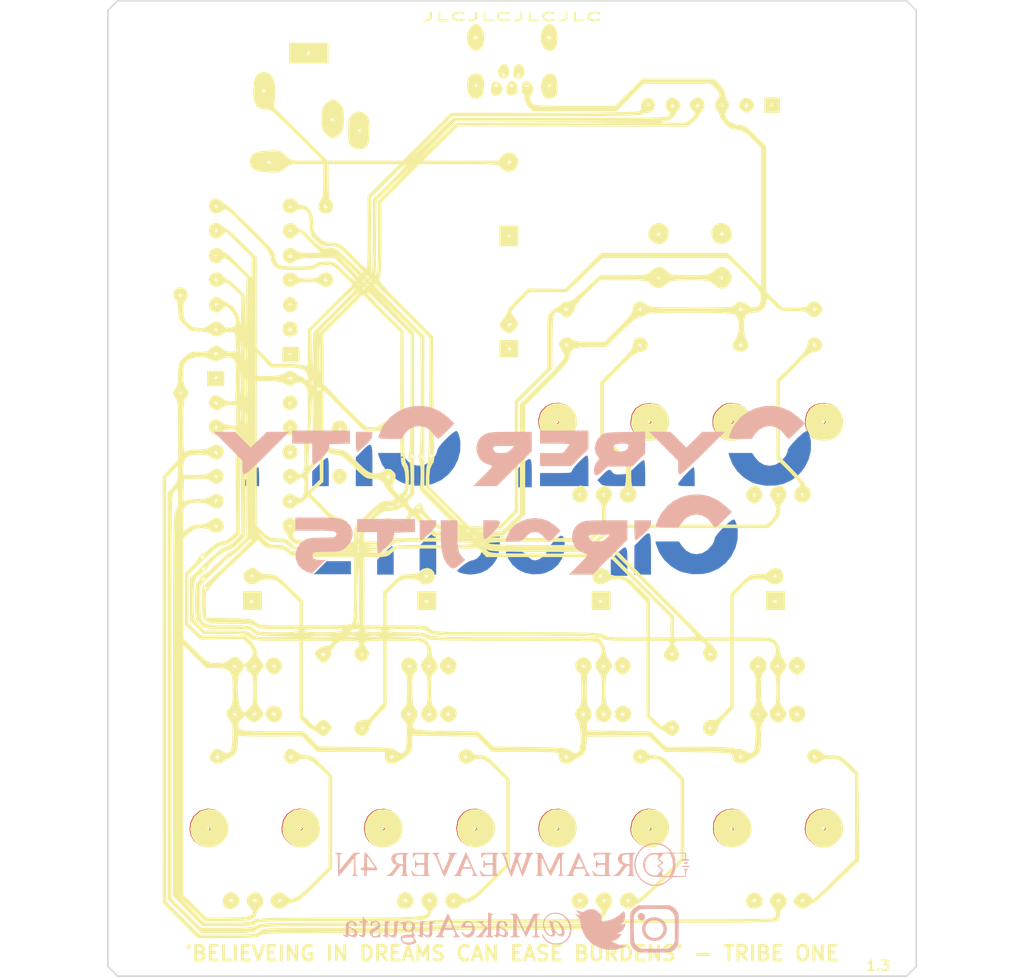
<source format=kicad_pcb>
(kicad_pcb (version 20171130) (host pcbnew "(5.1.2)-2")
  (layers (0 F.Cu signal) (31 B.Cu signal) (34 B.Paste user) (35 F.Paste user) (36 B.SilkS user) (37 F.SilkS user) (38 B.Mask user) (39 F.Mask user) (44 Edge.Cuts user))
  (net 0 "")
  (module "DREAM_Text_and_Logos:Design - Dreamweaver_4N_1_1b" (layer F.Cu) (at 75.184 62.992)
    (fp_text reference G*** hide)
    (fp_text value LOGO hide)
    (fp_poly (pts (xy 16.5041 43.99495) (xy 17.080367 44.373292) (xy 17.520871 44.995379) (xy 17.630846 45.272793) (xy 17.721546 46.026674) (xy 17.521546 46.705299) (xy 17.089624 47.257983) (xy 16.484563 47.634037) (xy 15.765143 47.782775) (xy 14.990144 47.65351) (xy 14.907172 47.621433) (xy 14.315713 47.198988) (xy 13.930088 46.533667) (xy 13.822051 46.077415) (xy 13.8331 45.792282) (xy 15.58049 45.792282) (xy 15.607862 45.860137) (xy 15.765273 46.027249) (xy 15.793372 46.03531) (xy 15.868612 45.89978) (xy 15.87062 45.860137) (xy 15.735956 45.691696) (xy 15.68511 45.684965) (xy 15.58049 45.792282) (xy 13.8331 45.792282) (xy 13.85293 45.280585) (xy 14.136608 44.645415) (xy 14.608324 44.185586) (xy 15.203318 43.914778) (xy 15.85683 43.846672) (xy 16.5041 43.99495)) (layer F.Cu) (width 0.01))
    (fp_poly (pts (xy 16.573279 2.385155) (xy 17.198032 2.808764) (xy 17.604926 3.505178) (xy 17.623248 3.558738) (xy 17.72733 4.358485) (xy 17.527489 5.072938) (xy 17.069341 5.640577) (xy 16.398499 5.999887) (xy 15.741893 6.095999) (xy 15.188098 6.048942) (xy 14.768971 5.85712) (xy 14.364137 5.500413) (xy 13.973405 5.043057) (xy 13.80062 4.608195) (xy 13.768551 4.169103) (xy 15.607862 4.169103) (xy 15.62175 4.330521) (xy 15.68511 4.344275) (xy 15.863491 4.217115) (xy 15.87062 4.169103) (xy 15.810854 3.998485) (xy 15.793372 3.99393) (xy 15.643815 4.11668) (xy 15.607862 4.169103) (xy 13.768551 4.169103) (xy 13.822485 3.6325) (xy 14.034643 3.206902) (xy 14.364137 2.837792) (xy 14.811794 2.451935) (xy 15.236792 2.278852) (xy 15.741893 2.242206) (xy 16.573279 2.385155)) (layer F.Cu) (width 0.01))
    (fp_poly (pts (xy -37.229539 43.941134) (xy -36.622466 44.286293) (xy -36.166648 44.815447) (xy -35.916922 45.473233) (xy -35.928125 46.204283) (xy -36.079507 46.647919) (xy -36.559495 47.286542) (xy -37.229752 47.672054) (xy -38.011252 47.775448) (xy -38.715185 47.615353) (xy -39.316203 47.208584) (xy -39.683353 46.622604) (xy -39.817469 45.938308) (xy -39.797059 45.792282) (xy -38.022268 45.792282) (xy -37.994897 45.860137) (xy -37.837486 46.027249) (xy -37.809387 46.03531) (xy -37.734147 45.89978) (xy -37.732138 45.860137) (xy -37.866803 45.691696) (xy -37.917649 45.684965) (xy -38.022268 45.792282) (xy -39.797059 45.792282) (xy -39.719388 45.236592) (xy -39.389945 44.598352) (xy -38.829975 44.104483) (xy -38.678102 44.024271) (xy -37.93303 43.835338) (xy -37.229539 43.941134)) (layer F.Cu) (width 0.01))
    (fp_poly (pts (xy -1.220038 44.069923) (xy -0.64362 44.542111) (xy -0.281814 45.214968) (xy -0.193571 45.758991) (xy -0.323596 46.547855) (xy -0.718764 47.176248) (xy -1.314036 47.600843) (xy -2.044374 47.77831) (xy -2.84474 47.665319) (xy -2.980013 47.615353) (xy -3.573988 47.211943) (xy -3.937468 46.630029) (xy -4.075673 45.950299) (xy -4.065083 45.860137) (xy -2.347311 45.860137) (xy -2.214009 46.030219) (xy -2.172138 46.03531) (xy -2.002056 45.902008) (xy -1.996966 45.860137) (xy -2.130268 45.690055) (xy -2.172138 45.684965) (xy -2.342221 45.818267) (xy -2.347311 45.860137) (xy -4.065083 45.860137) (xy -3.993819 45.253441) (xy -3.697125 44.620143) (xy -3.190809 44.131095) (xy -2.741405 43.925652) (xy -1.942241 43.847929) (xy -1.220038 44.069923)) (layer F.Cu) (width 0.01))
    (fp_poly (pts (xy -27.837636 43.932337) (xy -27.124066 44.324935) (xy -26.6828 44.93611) (xy -26.521692 45.754635) (xy -26.521104 45.813692) (xy -26.568161 46.367487) (xy -26.759983 46.786614) (xy -27.11669 47.191447) (xy -27.574046 47.582179) (xy -28.008909 47.754964) (xy -28.448001 47.787034) (xy -28.984603 47.7331) (xy -29.410201 47.520942) (xy -29.779311 47.191447) (xy -30.165168 46.743791) (xy -30.338251 46.318793) (xy -30.371527 45.860137) (xy -28.623173 45.860137) (xy -28.489871 46.030219) (xy -28.448001 46.03531) (xy -28.277918 45.902008) (xy -28.272828 45.860137) (xy -28.40613 45.690055) (xy -28.448001 45.684965) (xy -28.618083 45.818267) (xy -28.623173 45.860137) (xy -30.371527 45.860137) (xy -30.374897 45.813692) (xy -30.225708 45.005983) (xy -29.819154 44.374608) (xy -29.216752 43.965181) (xy -28.480019 43.823317) (xy -27.837636 43.932337)) (layer F.Cu) (width 0.01))
    (fp_poly (pts (xy 8.214684 2.401218) (xy 8.814313 2.847601) (xy 9.185552 3.535378) (xy 9.197523 3.577034) (xy 9.271089 4.405607) (xy 9.040955 5.123051) (xy 8.54879 5.677062) (xy 7.836266 6.015331) (xy 7.190767 6.095999) (xy 6.678251 6.019818) (xy 6.219634 5.744042) (xy 5.955862 5.500413) (xy 5.549374 5.01215) (xy 5.379041 4.545791) (xy 5.360275 4.265507) (xy 5.375477 4.169103) (xy 7.111999 4.169103) (xy 7.245301 4.339185) (xy 7.287172 4.344275) (xy 7.457254 4.210973) (xy 7.462344 4.169103) (xy 7.329042 3.999021) (xy 7.287172 3.99393) (xy 7.11709 4.127232) (xy 7.111999 4.169103) (xy 5.375477 4.169103) (xy 5.496148 3.403894) (xy 5.894816 2.770807) (xy 6.542861 2.379257) (xy 7.426859 2.24226) (xy 7.446963 2.242206) (xy 8.214684 2.401218)) (layer F.Cu) (width 0.01))
    (fp_poly (pts (xy 7.879094 43.92625) (xy 8.595387 44.318527) (xy 9.060774 44.893857) (xy 9.263904 45.57965) (xy 9.193428 46.303312) (xy 8.837993 46.992251) (xy 8.423396 47.407277) (xy 7.728277 47.755885) (xy 6.994938 47.773967) (xy 6.28475 47.466893) (xy 5.955862 47.191447) (xy 5.556703 46.71749) (xy 5.385169 46.26602) (xy 5.36093 45.921447) (xy 5.371764 45.860137) (xy 7.111999 45.860137) (xy 7.245301 46.030219) (xy 7.287172 46.03531) (xy 7.457254 45.902008) (xy 7.462344 45.860137) (xy 7.329042 45.690055) (xy 7.287172 45.684965) (xy 7.11709 45.818267) (xy 7.111999 45.860137) (xy 5.371764 45.860137) (xy 5.505533 45.103188) (xy 5.897662 44.449894) (xy 6.477379 44.009055) (xy 7.184744 43.828165) (xy 7.879094 43.92625)) (layer F.Cu) (width 0.01))
    (fp_poly (pts (xy 25.765122 43.932337) (xy 26.478693 44.324935) (xy 26.919959 44.93611) (xy 27.081067 45.754635) (xy 27.081655 45.813692) (xy 27.034597 46.367487) (xy 26.842776 46.786614) (xy 26.486068 47.191447) (xy 26.028712 47.582179) (xy 25.59385 47.754964) (xy 25.154758 47.787034) (xy 24.618155 47.7331) (xy 24.192557 47.520942) (xy 23.823448 47.191447) (xy 23.432624 46.733911) (xy 23.259847 46.298863) (xy 23.227862 45.860903) (xy 23.228001 45.860137) (xy 24.979586 45.860137) (xy 25.112887 46.030219) (xy 25.154758 46.03531) (xy 25.32484 45.902008) (xy 25.329931 45.860137) (xy 25.196629 45.690055) (xy 25.154758 45.684965) (xy 24.984676 45.818267) (xy 24.979586 45.860137) (xy 23.228001 45.860137) (xy 23.375438 45.050652) (xy 23.777133 44.410477) (xy 24.371394 43.987162) (xy 25.096669 43.827495) (xy 25.765122 43.932337)) (layer F.Cu) (width 0.01))
    (fp_poly (pts (xy 26.028884 2.388406) (xy 26.568442 2.777936) (xy 26.928057 3.337189) (xy 27.092411 3.992559) (xy 27.046188 4.670442) (xy 26.77407 5.29723) (xy 26.260741 5.799318) (xy 26.085929 5.900325) (xy 25.455764 6.068274) (xy 24.729539 6.046531) (xy 24.123005 5.851545) (xy 23.613116 5.392716) (xy 23.319974 4.764205) (xy 23.254045 4.169103) (xy 24.979586 4.169103) (xy 25.112887 4.339185) (xy 25.154758 4.344275) (xy 25.32484 4.210973) (xy 25.329931 4.169103) (xy 25.196629 3.999021) (xy 25.154758 3.99393) (xy 24.984676 4.127232) (xy 24.979586 4.169103) (xy 23.254045 4.169103) (xy 23.241845 4.058982) (xy 23.376994 3.370022) (xy 23.723689 2.790294) (xy 24.186415 2.451482) (xy 24.67757 2.309834) (xy 25.264189 2.242989) (xy 25.324698 2.242206) (xy 26.028884 2.388406)) (layer F.Cu) (width 0.01))
    (fp_poly (pts (xy -19.127188 44.055102) (xy -18.565172 44.491627) (xy -18.186491 45.095794) (xy -18.039202 45.807433) (xy -18.171362 46.566374) (xy -18.290565 46.828377) (xy -18.764201 47.368852) (xy -19.43487 47.691275) (xy -20.203746 47.765229) (xy -20.847599 47.615353) (xy -21.441574 47.211943) (xy -21.805055 46.630029) (xy -21.943259 45.950299) (xy -21.932669 45.860137) (xy -20.214897 45.860137) (xy -20.081595 46.030219) (xy -20.039725 46.03531) (xy -19.869643 45.902008) (xy -19.864552 45.860137) (xy -19.997854 45.690055) (xy -20.039725 45.684965) (xy -20.209807 45.818267) (xy -20.214897 45.860137) (xy -21.932669 45.860137) (xy -21.861405 45.253441) (xy -21.564711 44.620143) (xy -21.058395 44.131095) (xy -20.608991 43.925652) (xy -19.82448 43.846387) (xy -19.127188 44.055102)) (layer F.Cu) (width 0.01))
    (fp_poly (pts (xy -1.279079 2.407411) (xy -0.702103 2.805639) (xy -0.314387 3.412902) (xy -0.265396 3.563967) (xy -0.190055 4.399342) (xy -0.418245 5.122939) (xy -0.90794 5.680702) (xy -1.617115 6.018576) (xy -2.233449 6.095344) (xy -2.751512 6.029791) (xy -3.193033 5.783004) (xy -3.503449 5.500413) (xy -3.975587 4.814637) (xy -4.089846 4.169103) (xy -2.347311 4.169103) (xy -2.214009 4.339185) (xy -2.172138 4.344275) (xy -2.002056 4.210973) (xy -1.996966 4.169103) (xy -2.130268 3.999021) (xy -2.172138 3.99393) (xy -2.342221 4.127232) (xy -2.347311 4.169103) (xy -4.089846 4.169103) (xy -4.10865 4.062871) (xy -3.897772 3.283304) (xy -3.807325 3.11623) (xy -3.309437 2.572626) (xy -2.666358 2.280335) (xy -1.961701 2.228786) (xy -1.279079 2.407411)) (layer F.Cu) (width 0.01))
    (fp_poly (pts (xy -9.705226 44.053889) (xy -9.140901 44.449025) (xy -8.742766 45.020803) (xy -8.58381 45.746848) (xy -8.583449 45.785119) (xy -8.736432 46.576103) (xy -9.151346 47.200826) (xy -9.76214 47.616188) (xy -10.502762 47.779087) (xy -11.30716 47.646423) (xy -11.388289 47.615353) (xy -11.97489 47.205962) (xy -12.347752 46.590746) (xy -12.483065 45.860137) (xy -10.755587 45.860137) (xy -10.622285 46.030219) (xy -10.580414 46.03531) (xy -10.410332 45.902008) (xy -10.405242 45.860137) (xy -10.538544 45.690055) (xy -10.580414 45.684965) (xy -10.750496 45.818267) (xy -10.755587 45.860137) (xy -12.483065 45.860137) (xy -12.483457 45.858022) (xy -12.358588 45.096108) (xy -12.164689 44.687265) (xy -11.665474 44.152084) (xy -11.0405 43.883044) (xy -10.362755 43.85777) (xy -9.705226 44.053889)) (layer F.Cu) (width 0.01))
  )
  (module "DREAM_Text_and_Logos:Logo - Cyber City Circuits - Two Line 62mm" (layer B.Cu) (at 68.5 74 180)
    (fp_text reference G*** hide)
    (fp_text value LOGO hide)
    (fp_poly (pts (xy -11.204935 -6.183683) (xy -10.863918 -6.49268) (xy -10.669915 -6.686423) (xy -10.039047 -7.325226) (xy -10.039047 -8.950477) (xy -11.732381 -8.950477) (xy -11.732381 -7.499048) (xy -11.723387 -6.808304) (xy -11.684303 -6.345283) (xy -11.596971 -6.096097) (xy -11.443234 -6.04686) (xy -11.204935 -6.183683)) (layer B.Cu) (width 0.01))
    (fp_poly (pts (xy -22.490444 -3.229464) (xy -22.213793 -3.422775) (xy -21.871523 -3.717244) (xy -21.507076 -4.069562) (xy -21.163894 -4.436418) (xy -20.885419 -4.774502) (xy -20.715094 -5.040505) (xy -20.682857 -5.149801) (xy -20.616461 -5.415297) (xy -20.45257 -5.742385) (xy -20.410714 -5.806945) (xy -19.937677 -6.327639) (xy -19.392563 -6.643174) (xy -18.814456 -6.75256) (xy -18.242437 -6.654809) (xy -17.715589 -6.348929) (xy -17.306164 -5.885554) (xy -17.013756 -5.442858) (xy -14.609013 -5.442858) (xy -14.689698 -5.775477) (xy -15.004751 -6.588417) (xy -15.516844 -7.331467) (xy -16.182327 -7.95898) (xy -16.957555 -8.425311) (xy -17.376098 -8.584826) (xy -18.43354 -8.794649) (xy -19.479981 -8.764092) (xy -20.282312 -8.578726) (xy -21.112448 -8.194646) (xy -21.824784 -7.62706) (xy -22.396551 -6.914917) (xy -22.804981 -6.097168) (xy -23.027305 -5.212763) (xy -23.040753 -4.300652) (xy -22.986069 -3.953491) (xy -22.87304 -3.54177) (xy -22.742231 -3.262058) (xy -22.658034 -3.180621) (xy -22.490444 -3.229464)) (layer B.Cu) (width 0.01))
    (fp_poly (pts (xy -13.653618 -4.702514) (xy -13.372552 -4.952378) (xy -13.088963 -5.234994) (xy -12.458095 -5.873798) (xy -12.458095 -8.829524) (xy -14.151428 -8.829524) (xy -14.151428 -6.712858) (xy -14.147937 -5.873729) (xy -14.129194 -5.259234) (xy -14.082795 -4.852119) (xy -13.996335 -4.63513) (xy -13.857411 -4.591013) (xy -13.653618 -4.702514)) (layer B.Cu) (width 0.01))
    (fp_poly (pts (xy -4.761739 -4.928204) (xy -4.470657 -5.16059) (xy -4.150442 -5.478345) (xy -3.85516 -5.824561) (xy -3.638879 -6.142327) (xy -3.563171 -6.318458) (xy -3.375158 -6.688548) (xy -3.041716 -7.03284) (xy -2.643706 -7.28481) (xy -2.275158 -7.378096) (xy -1.971756 -7.318532) (xy -1.662828 -7.113063) (xy -1.437545 -6.894286) (xy -1.185558 -6.641165) (xy -0.978771 -6.49654) (xy -0.734896 -6.430062) (xy -0.371644 -6.411379) (xy -0.125797 -6.410477) (xy 0.316239 -6.42661) (xy 0.616901 -6.470177) (xy 0.725715 -6.532747) (xy 0.677555 -6.706261) (xy 0.554945 -7.011205) (xy 0.468822 -7.201534) (xy 0.045048 -7.832759) (xy -0.542736 -8.32118) (xy -1.252508 -8.650748) (xy -2.042242 -8.805414) (xy -2.869915 -8.76913) (xy -3.342299 -8.656937) (xy -4.069968 -8.311853) (xy -4.64689 -7.796652) (xy -5.055428 -7.143204) (xy -5.277947 -6.383379) (xy -5.296811 -5.549048) (xy -5.246309 -5.216072) (xy -5.12722 -4.922517) (xy -4.969619 -4.838096) (xy -4.761739 -4.928204)) (layer B.Cu) (width 0.01))
    (fp_poly (pts (xy 1.687647 -4.568374) (xy 1.97583 -4.813285) (xy 2.30523 -5.158232) (xy 2.631077 -5.551473) (xy 2.908597 -5.941268) (xy 3.09302 -6.275875) (xy 3.128251 -6.37375) (xy 3.350894 -6.848732) (xy 3.688416 -7.197214) (xy 4.086785 -7.368684) (xy 4.202621 -7.378096) (xy 4.422268 -7.448242) (xy 4.737659 -7.627292) (xy 5.085015 -7.868161) (xy 5.400551 -8.123762) (xy 5.620487 -8.34701) (xy 5.684762 -8.472245) (xy 5.575778 -8.577081) (xy 5.295571 -8.680872) (xy 4.914258 -8.766064) (xy 4.501958 -8.815107) (xy 4.29381 -8.820425) (xy 3.866061 -8.777249) (xy 3.386928 -8.678862) (xy 3.250397 -8.640362) (xy 2.627409 -8.332968) (xy 2.079352 -7.846772) (xy 1.667396 -7.244484) (xy 1.512559 -6.858758) (xy 1.419523 -6.439589) (xy 1.358737 -5.953906) (xy 1.330851 -5.458875) (xy 1.336515 -5.011665) (xy 1.376379 -4.669442) (xy 1.451094 -4.489374) (xy 1.485453 -4.475239) (xy 1.687647 -4.568374)) (layer B.Cu) (width 0.01))
    (fp_poly (pts (xy 8.359715 -4.702514) (xy 8.640781 -4.952378) (xy 8.92437 -5.234994) (xy 9.555239 -5.873798) (xy 9.555239 -8.829524) (xy 7.861905 -8.829524) (xy 7.861905 -6.712858) (xy 7.865396 -5.873729) (xy 7.884139 -5.259234) (xy 7.930538 -4.852119) (xy 8.016998 -4.63513) (xy 8.155922 -4.591013) (xy 8.359715 -4.702514)) (layer B.Cu) (width 0.01))
    (fp_poly (pts (xy 12.523708 -6.007802) (xy 12.791223 -6.223284) (xy 13.122976 -6.531226) (xy 13.217834 -6.625651) (xy 13.909524 -7.324634) (xy 13.909524 -8.829524) (xy 12.216191 -8.829524) (xy 12.216191 -7.378096) (xy 12.222794 -6.728394) (xy 12.244714 -6.290626) (xy 12.285118 -6.035123) (xy 12.347176 -5.93222) (xy 12.371168 -5.926667) (xy 12.523708 -6.007802)) (layer B.Cu) (width 0.01))
    (fp_poly (pts (xy 16.594666 -7.462761) (xy 19.082454 -7.462761) (xy 19.739428 -8.128) (xy 20.396403 -8.793238) (xy 16.594666 -8.793238) (xy 16.594666 -7.462761)) (layer B.Cu) (width 0.01))
    (fp_poly (pts (xy -1.407793 2.887745) (xy -1.066775 2.578748) (xy -0.872773 2.385006) (xy -0.241904 1.746202) (xy -0.241904 0.120952) (xy -1.935238 0.120952) (xy -1.935238 1.57238) (xy -1.926245 2.263125) (xy -1.88716 2.726146) (xy -1.799828 2.975332) (xy -1.646091 3.024569) (xy -1.407793 2.887745)) (layer B.Cu) (width 0.01))
    (fp_poly (pts (xy -29.989492 5.841965) (xy -29.71284 5.648654) (xy -29.37057 5.354184) (xy -29.006123 5.001866) (xy -28.662942 4.63501) (xy -28.384467 4.296926) (xy -28.214141 4.030924) (xy -28.181904 3.921628) (xy -28.115509 3.656131) (xy -27.951618 3.329043) (xy -27.909761 3.264484) (xy -27.436724 2.74379) (xy -26.891611 2.428255) (xy -26.313503 2.318868) (xy -25.741484 2.41662) (xy -25.214636 2.7225) (xy -24.805211 3.185875) (xy -24.512804 3.628571) (xy -22.108061 3.628571) (xy -22.188746 3.295952) (xy -22.503799 2.483011) (xy -23.015891 1.739962) (xy -23.681375 1.112449) (xy -24.456602 0.646117) (xy -24.875145 0.486602) (xy -25.932587 0.27678) (xy -26.979029 0.307337) (xy -27.78136 0.492703) (xy -28.611495 0.876783) (xy -29.323831 1.444369) (xy -29.895599 2.156512) (xy -30.304029 2.974261) (xy -30.526353 3.858666) (xy -30.5398 4.770776) (xy -30.485117 5.117938) (xy -30.372088 5.529658) (xy -30.241278 5.809371) (xy -30.157082 5.890807) (xy -29.989492 5.841965)) (layer B.Cu) (width 0.01))
    (fp_poly (pts (xy -18.383573 2.091251) (xy -18.1301 1.8673) (xy -17.818885 1.555874) (xy -17.496769 1.207558) (xy -17.210597 0.872935) (xy -17.007213 0.602591) (xy -16.933333 0.450317) (xy -16.96718 0.339539) (xy -17.101747 0.276032) (xy -17.386576 0.247601) (xy -17.78 0.241904) (xy -18.626666 0.241904) (xy -18.626666 1.209523) (xy -18.615822 1.658877) (xy -18.587003 1.997255) (xy -18.545781 2.167426) (xy -18.532458 2.177142) (xy -18.383573 2.091251)) (layer B.Cu) (width 0.01))
    (fp_poly (pts (xy -13.249698 2.822762) (xy -12.981656 2.609432) (xy -12.643995 2.303299) (xy -12.521825 2.18498) (xy -12.157844 1.834195) (xy -11.894699 1.619559) (xy -11.663154 1.505194) (xy -11.393974 1.455221) (xy -11.07708 1.43628) (xy -10.659476 1.43058) (xy -10.409719 1.471441) (xy -10.255326 1.577892) (xy -10.185423 1.670346) (xy -10.021249 1.863581) (xy -9.849095 1.908566) (xy -9.625097 1.79303) (xy -9.305394 1.5047) (xy -9.194475 1.393086) (xy -8.662394 0.850935) (xy -8.948471 0.546419) (xy -9.056544 0.437774) (xy -9.170975 0.358636) (xy -9.329264 0.304332) (xy -9.568909 0.270184) (xy -9.927406 0.251518) (xy -10.442254 0.243658) (xy -11.150951 0.241927) (xy -11.390607 0.241904) (xy -13.546666 0.241904) (xy -13.546666 1.57238) (xy -13.538177 2.204309) (xy -13.510855 2.619863) (xy -13.461923 2.844039) (xy -13.39873 2.902857) (xy -13.249698 2.822762)) (layer B.Cu) (width 0.01))
    (fp_poly (pts (xy -7.414041 3.300488) (xy -7.142816 3.077114) (xy -6.822815 2.769285) (xy -6.504555 2.429743) (xy -6.238549 2.111227) (xy -6.075315 1.866479) (xy -6.047619 1.78054) (xy -6.025665 1.696389) (xy -5.935065 1.638341) (xy -5.738711 1.601666) (xy -5.399495 1.581634) (xy -4.880307 1.573513) (xy -4.414761 1.57238) (xy -2.781904 1.57238) (xy -2.781904 0.241904) (xy -7.740952 0.241904) (xy -7.740952 1.814285) (xy -7.735053 2.493155) (xy -7.715444 2.959491) (xy -7.679252 3.24242) (xy -7.623607 3.37107) (xy -7.585975 3.386666) (xy -7.414041 3.300488)) (layer B.Cu) (width 0.01))
    (fp_poly (pts (xy 5.933366 5.841965) (xy 6.210017 5.648654) (xy 6.552287 5.354184) (xy 6.916734 5.001866) (xy 7.259915 4.63501) (xy 7.53839 4.296926) (xy 7.708716 4.030924) (xy 7.740953 3.921628) (xy 7.807348 3.656131) (xy 7.971239 3.329043) (xy 8.013096 3.264484) (xy 8.486133 2.74379) (xy 9.031247 2.428255) (xy 9.609354 2.318868) (xy 10.181373 2.41662) (xy 10.708221 2.7225) (xy 11.117646 3.185875) (xy 11.410053 3.628571) (xy 13.814796 3.628571) (xy 13.734111 3.295952) (xy 13.419058 2.483011) (xy 12.906966 1.739962) (xy 12.241482 1.112449) (xy 11.466255 0.646117) (xy 11.047712 0.486602) (xy 9.99027 0.27678) (xy 8.943828 0.307337) (xy 8.141497 0.492703) (xy 7.311362 0.876783) (xy 6.599026 1.444369) (xy 6.027258 2.156512) (xy 5.618828 2.974261) (xy 5.396505 3.858666) (xy 5.383057 4.770776) (xy 5.437741 5.117938) (xy 5.550769 5.529658) (xy 5.681579 5.809371) (xy 5.765775 5.890807) (xy 5.933366 5.841965)) (layer B.Cu) (width 0.01))
    (fp_poly (pts (xy 14.891144 4.368915) (xy 15.17221 4.11905) (xy 15.455799 3.836434) (xy 16.086667 3.197631) (xy 16.086667 0.241904) (xy 14.393334 0.241904) (xy 14.393334 2.358571) (xy 14.396825 3.1977) (xy 14.415568 3.812195) (xy 14.461967 4.21931) (xy 14.548427 4.436299) (xy 14.687351 4.480416) (xy 14.891144 4.368915)) (layer B.Cu) (width 0.01))
    (fp_poly (pts (xy 19.176089 3.063626) (xy 19.443604 2.848144) (xy 19.775357 2.540202) (xy 19.870215 2.445778) (xy 20.561905 1.746794) (xy 20.561905 0.241904) (xy 18.868572 0.241904) (xy 18.868572 1.693333) (xy 18.875175 2.343034) (xy 18.897095 2.780803) (xy 18.937499 3.036305) (xy 18.999557 3.139208) (xy 19.023549 3.144761) (xy 19.176089 3.063626)) (layer B.Cu) (width 0.01))
    (fp_poly (pts (xy 26.247856 2.091251) (xy 26.501328 1.8673) (xy 26.812544 1.555874) (xy 27.13466 1.207558) (xy 27.420832 0.872935) (xy 27.624216 0.602591) (xy 27.698096 0.450317) (xy 27.664249 0.339539) (xy 27.529682 0.276032) (xy 27.244852 0.247601) (xy 26.851429 0.241904) (xy 26.004762 0.241904) (xy 26.004762 1.209523) (xy 26.015607 1.658877) (xy 26.044426 1.997255) (xy 26.085647 2.167426) (xy 26.098971 2.177142) (xy 26.247856 2.091251)) (layer B.Cu) (width 0.01))
  )
  (module MountingHole:MountingHole_2.7mm_M2.5_DIN965_Pad (layer F.Cu) (at 105.84 28)
    (fp_text reference REF** hide)
    (fp_text value MountingHole_2.7mm_M2.5_DIN965_Pad)
    (pad "" np_thru_hole circle (at 0 0) (size 2.7 2.7) (drill 2.7) (layers *.Cu *.Mask))
  )
  (module "DREAM_Text_and_Logos:Logo - Dreamweaver 4N" (layer B.Cu) (at 68.42 112.522 180)
    (fp_text reference G*** hide)
    (fp_text value LOGO hide)
  )
  (module MountingHole:MountingHole_2.7mm_M2.5_DIN965_Pad (layer F.Cu) (at 105.84 120)
    (fp_text reference REF** hide)
    (fp_text value MountingHole_2.7mm_M2.5_DIN965_Pad)
    (pad "" np_thru_hole circle (at 0 0) (size 2.7 2.7) (drill 2.7) (layers *.Cu *.Mask))
  )
  (module MountingHole:MountingHole_2.7mm_M2.5_DIN965_Pad (layer F.Cu) (at 31 28)
    (fp_text reference REF** hide)
    (fp_text value MountingHole_2.7mm_M2.5_DIN965_Pad)
    (pad "" np_thru_hole circle (at 0 0) (size 2.7 2.7) (drill 2.7) (layers *.Cu *.Mask))
  )
  (module MountingHole:MountingHole_2.7mm_M2.5_DIN965_Pad (layer F.Cu) (at 31 120)
    (fp_text reference REF** hide)
    (fp_text value MountingHole_2.7mm_M2.5_DIN965_Pad)
    (pad "" np_thru_hole circle (at 0 0) (size 2.7 2.7) (drill 2.7) (layers *.Cu *.Mask))
  )
  (module DREAM_Custom:TEXT_SOCIAL (layer B.Cu) (at 68.42 119.126 180)
    (fp_text reference G*** hide)
    (fp_text value LOGO hide)
  )
  (gr_text JLCJLCJLCJLC (at 68.42 25.654) (layer F.SilkS) (effects (font (size 0.8 1.8) (thickness 0.2))))
  (gr_text "1.3\n" (at 105.918 122.936) (layer F.SilkS) (effects (font (size 1 1) (thickness 0.2))))
  (gr_text "'BELIEVEING IN DREAMS CAN EASE BURDENS' - TRIBE ONE" (at 68.42 121.666) (layer F.SilkS) (effects (font (size 1.5 1.5) (thickness 0.3))))
  (gr_line (start 108.84 24) (end 109.84 25) (layer Edge.Cuts) (width 0.15))
  (gr_line (start 109.84 123) (end 108.84 124) (layer Edge.Cuts) (width 0.15))
  (gr_line (start 27 123) (end 28 124) (layer Edge.Cuts) (width 0.15))
  (gr_line (start 28 24) (end 27 25) (layer Edge.Cuts) (width 0.15))
  (gr_line (start 28 24) (end 108.84 24) (layer Edge.Cuts) (width 0.15))
  (gr_line (start 109.84 25) (end 109.84 123) (layer Edge.Cuts) (width 0.15))
  (gr_line (start 28 124) (end 108.84 124) (layer Edge.Cuts) (width 0.15))
  (gr_line (start 27 25) (end 27 123) (layer Edge.Cuts) (width 0.15))
)
</source>
